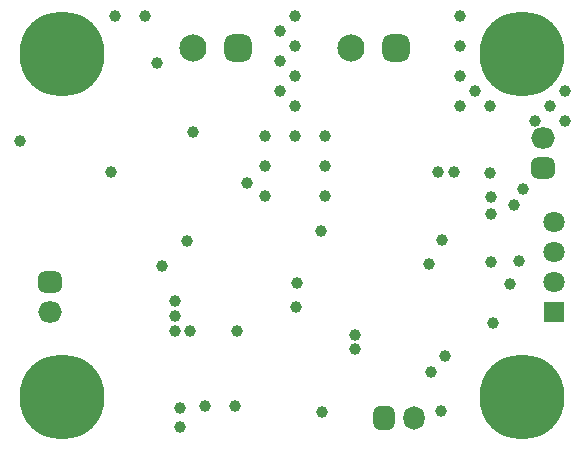
<source format=gbs>
G04*
G04 #@! TF.GenerationSoftware,Altium Limited,Altium Designer,21.3.2 (30)*
G04*
G04 Layer_Color=16711935*
%FSTAX25Y25*%
%MOIN*%
G70*
G04*
G04 #@! TF.SameCoordinates,9628F578-4BD6-46FA-A1BD-4C83536F310D*
G04*
G04*
G04 #@! TF.FilePolarity,Negative*
G04*
G01*
G75*
G04:AMPARAMS|DCode=51|XSize=90.68mil|YSize=90.68mil|CornerRadius=24.67mil|HoleSize=0mil|Usage=FLASHONLY|Rotation=180.000|XOffset=0mil|YOffset=0mil|HoleType=Round|Shape=RoundedRectangle|*
%AMROUNDEDRECTD51*
21,1,0.09068,0.04134,0,0,180.0*
21,1,0.04134,0.09068,0,0,180.0*
1,1,0.04934,-0.02067,0.02067*
1,1,0.04934,0.02067,0.02067*
1,1,0.04934,0.02067,-0.02067*
1,1,0.04934,-0.02067,-0.02067*
%
%ADD51ROUNDEDRECTD51*%
%ADD52C,0.09068*%
G04:AMPARAMS|DCode=53|XSize=78.87mil|YSize=70.99mil|CornerRadius=19.75mil|HoleSize=0mil|Usage=FLASHONLY|Rotation=0.000|XOffset=0mil|YOffset=0mil|HoleType=Round|Shape=RoundedRectangle|*
%AMROUNDEDRECTD53*
21,1,0.07887,0.03150,0,0,0.0*
21,1,0.03937,0.07099,0,0,0.0*
1,1,0.03950,0.01968,-0.01575*
1,1,0.03950,-0.01968,-0.01575*
1,1,0.03950,-0.01968,0.01575*
1,1,0.03950,0.01968,0.01575*
%
%ADD53ROUNDEDRECTD53*%
%ADD54O,0.07887X0.07099*%
%ADD56C,0.07099*%
%ADD57R,0.07099X0.07099*%
%ADD58O,0.07099X0.07887*%
G04:AMPARAMS|DCode=59|XSize=78.87mil|YSize=70.99mil|CornerRadius=19.75mil|HoleSize=0mil|Usage=FLASHONLY|Rotation=90.000|XOffset=0mil|YOffset=0mil|HoleType=Round|Shape=RoundedRectangle|*
%AMROUNDEDRECTD59*
21,1,0.07887,0.03150,0,0,90.0*
21,1,0.03937,0.07099,0,0,90.0*
1,1,0.03950,0.01575,0.01968*
1,1,0.03950,0.01575,-0.01968*
1,1,0.03950,-0.01575,-0.01968*
1,1,0.03950,-0.01575,0.01968*
%
%ADD59ROUNDEDRECTD59*%
%ADD60C,0.03950*%
%ADD61C,0.03398*%
%ADD76C,0.28359*%
D51*
X02859Y0404414D02*
D03*
X03387D02*
D03*
D52*
X02709D02*
D03*
X03237D02*
D03*
D53*
X02233Y03265D02*
D03*
X03875Y03645D02*
D03*
D54*
X02233Y03165D02*
D03*
X03875Y03745D02*
D03*
D56*
X03912Y03262D02*
D03*
Y03362D02*
D03*
Y03462D02*
D03*
D57*
Y03162D02*
D03*
D58*
X03445Y02811D02*
D03*
D59*
X03345D02*
D03*
D60*
X03703Y03329D02*
D03*
X03052Y0318D02*
D03*
X03703Y03489D02*
D03*
Y03548D02*
D03*
X03Y039D02*
D03*
Y04D02*
D03*
Y041D02*
D03*
X0385Y038D02*
D03*
X039Y0385D02*
D03*
X0395Y038D02*
D03*
Y039D02*
D03*
X0365D02*
D03*
X0245Y0415D02*
D03*
X0255D02*
D03*
X0295Y0355D02*
D03*
X0315D02*
D03*
Y0365D02*
D03*
X0295D02*
D03*
Y0375D02*
D03*
X0315D02*
D03*
X0305D02*
D03*
Y0385D02*
D03*
Y0395D02*
D03*
Y0405D02*
D03*
Y0415D02*
D03*
X037Y0385D02*
D03*
X036D02*
D03*
Y0395D02*
D03*
Y0405D02*
D03*
Y0415D02*
D03*
X02665Y02844D02*
D03*
X02666Y02779D02*
D03*
X0314Y0283D02*
D03*
X0305489Y0326111D02*
D03*
X03549Y03017D02*
D03*
X03501Y02962D02*
D03*
X03708Y03126D02*
D03*
X03578Y03631D02*
D03*
X0377938Y03521D02*
D03*
X03808Y03575D02*
D03*
X03698Y03626D02*
D03*
X0325Y03039D02*
D03*
X03249Y03088D02*
D03*
X03137Y03433D02*
D03*
X03538Y03402D02*
D03*
X03496Y03325D02*
D03*
X02132Y03732D02*
D03*
X02436Y0363D02*
D03*
X0271Y03764D02*
D03*
X02588Y03994D02*
D03*
X02857Y031D02*
D03*
X0269Y03399D02*
D03*
X02889Y03595D02*
D03*
X03525Y03629D02*
D03*
X03537Y02835D02*
D03*
X03767Y03257D02*
D03*
X0285Y0285D02*
D03*
X0275D02*
D03*
X03797Y03333D02*
D03*
X02606Y03316D02*
D03*
X027Y031D02*
D03*
X0265D02*
D03*
Y0315D02*
D03*
Y032D02*
D03*
D61*
X0222919Y0277675D02*
D03*
X0237683Y0283778D02*
D03*
X0231581Y0298541D02*
D03*
X0216817Y0292439D02*
D03*
X0237683D02*
D03*
X0222919Y0298541D02*
D03*
X0216817Y0283778D02*
D03*
X0231581Y0277675D02*
D03*
X0384746D02*
D03*
X0369982Y0283778D02*
D03*
X0376085Y0298541D02*
D03*
X0390848Y0292439D02*
D03*
X0369982D02*
D03*
X0384746Y0298541D02*
D03*
X0390848Y0283778D02*
D03*
X0376085Y0277675D02*
D03*
X0231581Y0391841D02*
D03*
X0216817Y0397943D02*
D03*
X0222919Y0412707D02*
D03*
X0237683Y0406604D02*
D03*
X0216817D02*
D03*
X0231581Y0412707D02*
D03*
X0237683Y0397943D02*
D03*
X0222919Y0391841D02*
D03*
X0376085D02*
D03*
X0390848Y0397943D02*
D03*
X0384746Y0412707D02*
D03*
X0369982Y0406604D02*
D03*
X0390848D02*
D03*
X0376085Y0412707D02*
D03*
X0369982Y0397943D02*
D03*
X0384746Y0391841D02*
D03*
D76*
X022725Y0288108D02*
D03*
X0380415D02*
D03*
X022725Y0402274D02*
D03*
X0380415D02*
D03*
M02*

</source>
